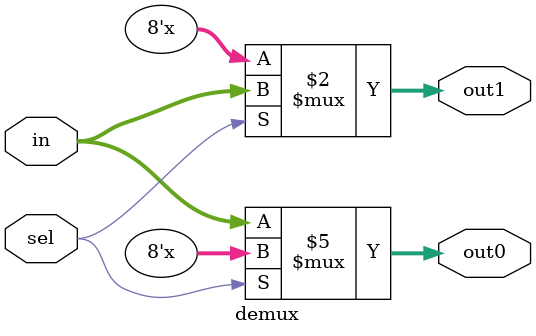
<source format=v>
module demux(
    input [7:0] in,
    input sel,
    output reg [7:0] out0,
    output reg [7:0] out1
);
    always @(in or sel)
    begin
        case(sel)
            1'b0:
                begin
                    out0 = in;
                    out1 = 8'bxxxxxxxx;
                end
            1'b1:
                begin
                    out0 = 8'bxxxxxxxx;
                    out1 = in;
                end
            default:
                begin
                    out0 = 8'bxxxxxxxx;
                    out1 = 8'bxxxxxxxx;
                end
        endcase
    end
endmodule
</source>
